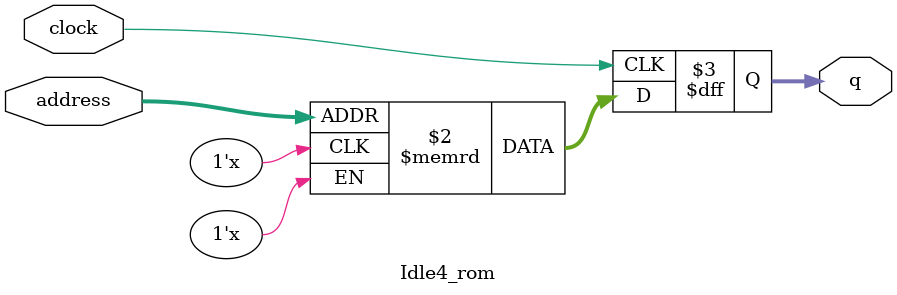
<source format=sv>
module Idle4_rom (
	input logic clock,
	input logic [12:0] address,
	output logic [2:0] q
);

logic [2:0] memory [0:5399] /* synthesis ram_init_file = "./Idle4/Idle4.mif" */;

always_ff @ (posedge clock) begin
	q <= memory[address];
end

endmodule

</source>
